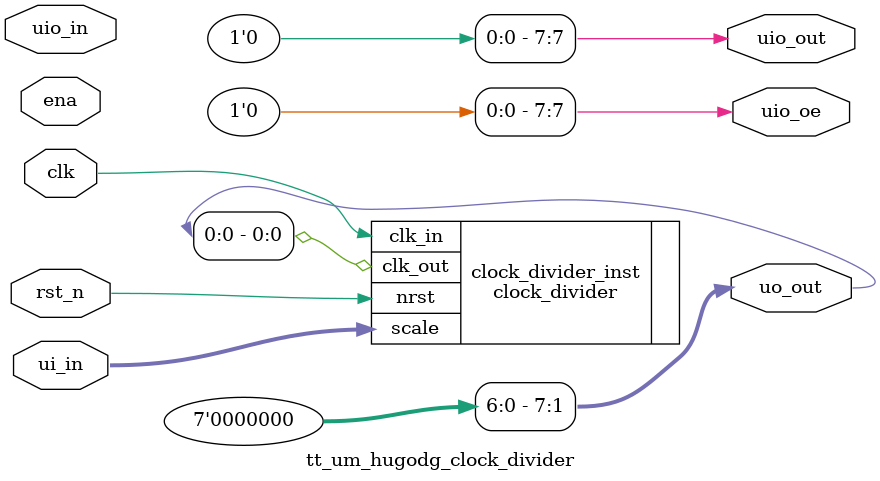
<source format=v>
module tt_um_hugodg_clock_divider (
    input  wire [7:0] ui_in,    // Dedicated inputs - connected to the input switches
    output wire [7:0] uo_out,   // Dedicated outputs - connected to the 7 segment display
    input  wire [7:0] uio_in,   // IOs: Bidirectional Input path
    output wire [7:0] uio_out,  // IOs: Bidirectional Output path
    output wire [7:0] uio_oe,   // IOs: Bidirectional Enable path (active high: 0=input, 1=output)
    input  wire       ena,      // will go high when the design is enabled
    input  wire       clk,      // clock
    input  wire       rst_n     // reset_n - low to reset
);

// unused ports
assign uio_out[7] = 0;  /* uio[7]: unused port grounded */
assign uio_oe[7] = 8'b0;  /* uio[7]: unused port set */
assign uo_out[7:1] = 0;  /* uo[7]: unused port grounded */
    
clock_divider clock_divider_inst(
    .clk_in(clk),
    .nrst(rst_n),
    .scale(ui_in[7:0]),
    .clk_out(uo_out[0])
  );
endmodule

</source>
